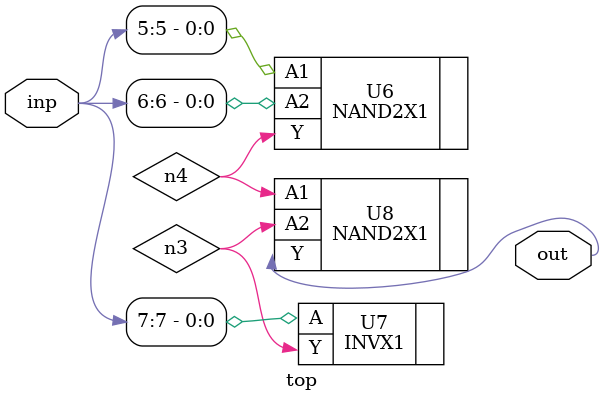
<source format=sv>


module top ( inp, out );
  input [7:0] inp;
  output out;
  wire   n3, n4;

  NAND2X1 U6 ( .A1(inp[5]), .A2(inp[6]), .Y(n4) );
  INVX1 U7 ( .A(inp[7]), .Y(n3) );
  NAND2X1 U8 ( .A1(n4), .A2(n3), .Y(out) );
endmodule


</source>
